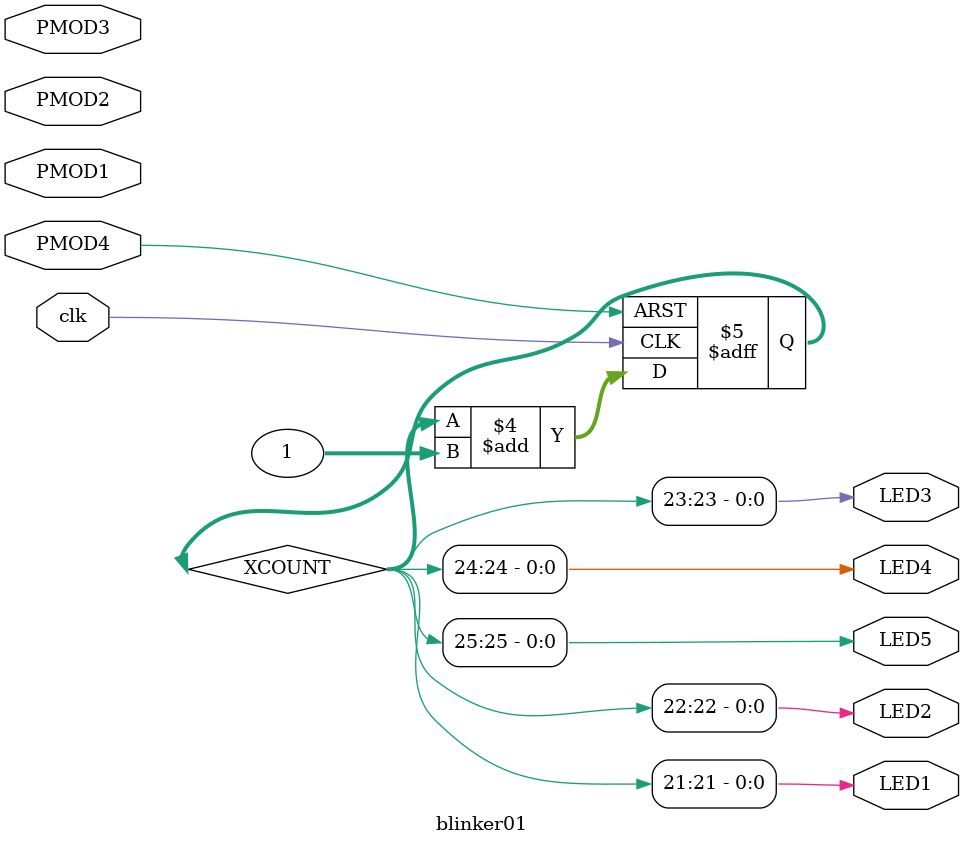
<source format=v>

module blinker01
(
    clk,

    PMOD4,
    PMOD3,
    PMOD2,
    PMOD1,

    LED5,
    LED4,
    LED3,
    LED2,
    LED1
);

    //b Clocks
    input clk;

    //b Inputs
    input PMOD4;
    input PMOD3;
    input PMOD2;
    input PMOD1;

    //b Outputs
    output LED5;
    output LED4;
    output LED3;
    output LED2;
    output LED1;

// output components here

    //b Output combinatorials
    reg LED5;
    reg LED4;
    reg LED3;
    reg LED2;
    reg LED1;

    //b Output nets

    //b Internal and output registers
    reg [31:0]XCOUNT;

    //b Internal combinatorials

    //b Internal nets

    //b Clock gating module instances
    //b Module instances
    //b the_code__comb combinatorial process
    always @( //the_code__comb
        XCOUNT )
    begin: the_code__comb_code
        LED1 = XCOUNT[21];
        LED2 = XCOUNT[22];
        LED3 = XCOUNT[23];
        LED4 = XCOUNT[24];
        LED5 = XCOUNT[25];
    end //always

    //b the_code__posedge_clk_active_high_PMOD4 clock process
    always @( posedge clk or posedge PMOD4)
    begin : the_code__posedge_clk_active_high_PMOD4__code
        if (PMOD4==1'b1)
        begin
            XCOUNT <= 32'h0;
        end
        else
        begin
            XCOUNT <= (XCOUNT+32'h1);
        end //if
    end //always

endmodule // blinker01

</source>
